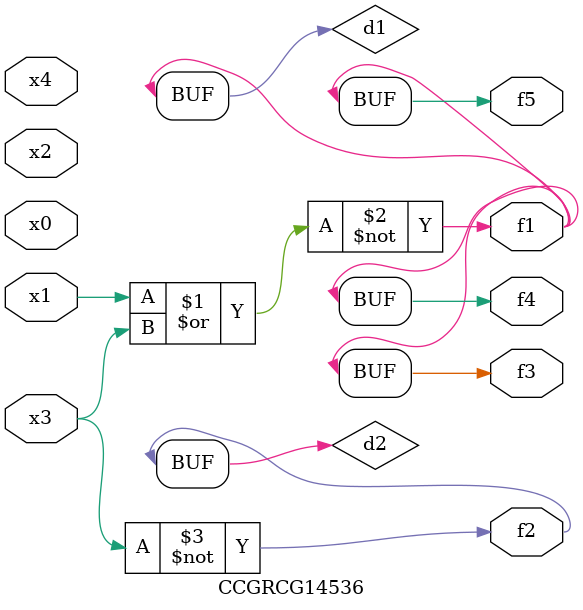
<source format=v>
module CCGRCG14536(
	input x0, x1, x2, x3, x4,
	output f1, f2, f3, f4, f5
);

	wire d1, d2;

	nor (d1, x1, x3);
	not (d2, x3);
	assign f1 = d1;
	assign f2 = d2;
	assign f3 = d1;
	assign f4 = d1;
	assign f5 = d1;
endmodule

</source>
